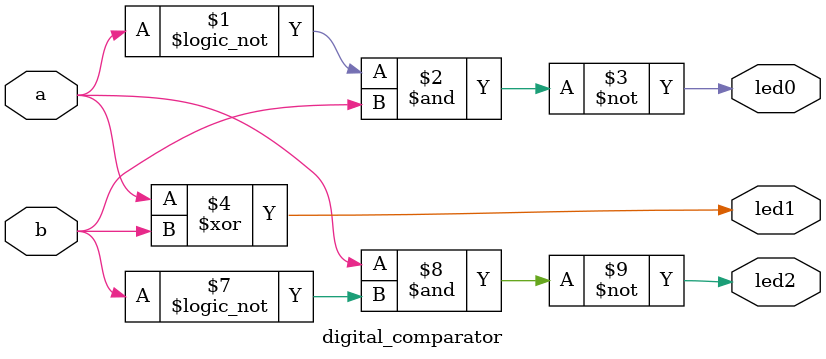
<source format=v>
module digital_comparator(
      input wire a,           
      input wire b,
      output wire led0,     
      output wire led1,
      output wire led2
    );
    assign led0 = ~((!a)&b);    
    assign led1 = ~(!(a^b));    
    assign led2 = ~(a&(!b));    
  endmodule
</source>
